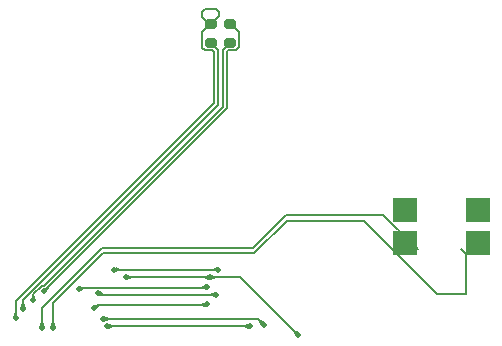
<source format=gbl>
%TF.GenerationSoftware,KiCad,Pcbnew,9.0.3*%
%TF.CreationDate,2025-08-09T15:08:58+03:00*%
%TF.ProjectId,Right,52696768-742e-46b6-9963-61645f706362,rev?*%
%TF.SameCoordinates,Original*%
%TF.FileFunction,Copper,L2,Bot*%
%TF.FilePolarity,Positive*%
%FSLAX46Y46*%
G04 Gerber Fmt 4.6, Leading zero omitted, Abs format (unit mm)*
G04 Created by KiCad (PCBNEW 9.0.3) date 2025-08-09 15:08:58*
%MOMM*%
%LPD*%
G01*
G04 APERTURE LIST*
G04 Aperture macros list*
%AMRoundRect*
0 Rectangle with rounded corners*
0 $1 Rounding radius*
0 $2 $3 $4 $5 $6 $7 $8 $9 X,Y pos of 4 corners*
0 Add a 4 corners polygon primitive as box body*
4,1,4,$2,$3,$4,$5,$6,$7,$8,$9,$2,$3,0*
0 Add four circle primitives for the rounded corners*
1,1,$1+$1,$2,$3*
1,1,$1+$1,$4,$5*
1,1,$1+$1,$6,$7*
1,1,$1+$1,$8,$9*
0 Add four rect primitives between the rounded corners*
20,1,$1+$1,$2,$3,$4,$5,0*
20,1,$1+$1,$4,$5,$6,$7,0*
20,1,$1+$1,$6,$7,$8,$9,0*
20,1,$1+$1,$8,$9,$2,$3,0*%
G04 Aperture macros list end*
%TA.AperFunction,SMDPad,CuDef*%
%ADD10R,2.000000X2.000000*%
%TD*%
%TA.AperFunction,SMDPad,CuDef*%
%ADD11RoundRect,0.200000X-0.300000X0.200000X-0.300000X-0.200000X0.300000X-0.200000X0.300000X0.200000X0*%
%TD*%
%TA.AperFunction,ViaPad*%
%ADD12C,0.500000*%
%TD*%
%TA.AperFunction,Conductor*%
%ADD13C,0.140000*%
%TD*%
G04 APERTURE END LIST*
D10*
%TO.P,SW2,1,A*%
%TO.N,Net-(J1-Pin_7)*%
X148170000Y-122030000D03*
%TO.P,SW2,2,B*%
%TO.N,Net-(J1-Pin_5)*%
X141940000Y-122020000D03*
%TO.P,SW2,3*%
%TO.N,N/C*%
X148170000Y-119240000D03*
%TO.P,SW2,4*%
X141940000Y-119260000D03*
%TD*%
D11*
%TO.P,D2,1,K*%
%TO.N,Net-(D2-K)*%
X127170000Y-103500000D03*
%TO.P,D2,2,A*%
%TO.N,Net-(D2-A)*%
X127170000Y-105100000D03*
%TD*%
%TO.P,D1,1,K*%
%TO.N,Net-(D1-K)*%
X125560000Y-103520000D03*
%TO.P,D1,2,A*%
%TO.N,Net-(D1-A)*%
X125560000Y-105120000D03*
%TD*%
D12*
%TO.N,Net-(D2-K)*%
X111400000Y-126140000D03*
%TO.N,Net-(D2-A)*%
X110520000Y-126900000D03*
%TO.N,Net-(D1-A)*%
X109660000Y-127660000D03*
%TO.N,Net-(D1-K)*%
X109010000Y-128370000D03*
%TO.N,Net-(J1-Pin_25)*%
X130050000Y-129000000D03*
X116425000Y-128500000D03*
%TO.N,Net-(J1-Pin_23)*%
X118350000Y-124950000D03*
X125475000Y-124950000D03*
X132900000Y-129825000D03*
%TO.N,Net-(J1-Pin_26)*%
X116775000Y-129100000D03*
X128825000Y-129100000D03*
%TO.N,Net-(J1-Pin_19)*%
X125225000Y-125775000D03*
X114350000Y-125925000D03*
%TO.N,Net-(J1-Pin_21)*%
X125975000Y-126425000D03*
X116025000Y-126325000D03*
%TO.N,Net-(J1-Pin_22)*%
X125225000Y-127250000D03*
X115650000Y-127525000D03*
%TO.N,Net-(J1-Pin_20)*%
X117375000Y-124300000D03*
X126175000Y-124300000D03*
%TO.N,Net-(J1-Pin_5)*%
X111230000Y-129240000D03*
%TO.N,Net-(J1-Pin_7)*%
X112175000Y-129275000D03*
%TD*%
D13*
%TO.N,Net-(D2-A)*%
X111381000Y-125669000D02*
X126550000Y-110500000D01*
X110520000Y-126351953D02*
X111202953Y-125669000D01*
X111202953Y-125669000D02*
X111381000Y-125669000D01*
X110520000Y-126900000D02*
X110520000Y-126351953D01*
X126550000Y-110500000D02*
X126550000Y-105720000D01*
X126550000Y-105720000D02*
X127170000Y-105100000D01*
%TO.N,Net-(D1-K)*%
X124810000Y-102470000D02*
X125060000Y-102220000D01*
X125450000Y-103520000D02*
X124810000Y-102880000D01*
X124810000Y-102880000D02*
X124810000Y-102470000D01*
X109010000Y-128370000D02*
X109010000Y-126950000D01*
X109010000Y-126950000D02*
X125800000Y-110160000D01*
X125800000Y-105920000D02*
X125630000Y-105750000D01*
X125630000Y-105750000D02*
X125050000Y-105750000D01*
X125800000Y-110160000D02*
X125800000Y-105920000D01*
X124820000Y-105520000D02*
X124820000Y-104150000D01*
X125050000Y-105750000D02*
X124820000Y-105520000D01*
X124820000Y-104150000D02*
X125450000Y-103520000D01*
X126220000Y-102860000D02*
X125560000Y-103520000D01*
X126220000Y-102460000D02*
X126220000Y-102860000D01*
X125980000Y-102220000D02*
X126220000Y-102460000D01*
X125060000Y-102220000D02*
X125980000Y-102220000D01*
%TO.N,Net-(D1-A)*%
X109660000Y-127660000D02*
X109660000Y-126860000D01*
X109660000Y-126860000D02*
X126160000Y-110360000D01*
X126160000Y-105720000D02*
X125560000Y-105120000D01*
X126160000Y-110360000D02*
X126160000Y-105720000D01*
%TO.N,Net-(D2-K)*%
X126890000Y-110650000D02*
X126890000Y-105870000D01*
X126890000Y-105870000D02*
X127030000Y-105730000D01*
X111400000Y-126140000D02*
X126890000Y-110650000D01*
X127030000Y-105730000D02*
X127660000Y-105730000D01*
X127660000Y-105730000D02*
X127920000Y-105470000D01*
X127920000Y-105470000D02*
X127920000Y-104160000D01*
X127920000Y-104160000D02*
X127260000Y-103500000D01*
X127260000Y-103500000D02*
X127170000Y-103500000D01*
%TO.N,Net-(J1-Pin_25)*%
X129550000Y-128500000D02*
X130050000Y-129000000D01*
X116425000Y-128500000D02*
X129550000Y-128500000D01*
%TO.N,Net-(J1-Pin_23)*%
X118350000Y-124950000D02*
X125475000Y-124950000D01*
X128025000Y-124950000D02*
X132900000Y-129825000D01*
X125475000Y-124950000D02*
X128025000Y-124950000D01*
%TO.N,Net-(J1-Pin_26)*%
X128825000Y-129100000D02*
X116775000Y-129100000D01*
%TO.N,Net-(J1-Pin_19)*%
X114350000Y-125925000D02*
X114450000Y-125825000D01*
X125175000Y-125825000D02*
X125225000Y-125775000D01*
X114450000Y-125825000D02*
X125175000Y-125825000D01*
%TO.N,Net-(J1-Pin_21)*%
X116125000Y-126425000D02*
X116025000Y-126325000D01*
X125975000Y-126425000D02*
X116125000Y-126425000D01*
%TO.N,Net-(J1-Pin_22)*%
X115650000Y-127525000D02*
X115900000Y-127275000D01*
X115900000Y-127275000D02*
X125200000Y-127275000D01*
X125200000Y-127275000D02*
X125225000Y-127250000D01*
%TO.N,Net-(J1-Pin_20)*%
X117375000Y-124300000D02*
X126175000Y-124300000D01*
%TO.N,Net-(J1-Pin_5)*%
X129100000Y-122450000D02*
X131875000Y-119675000D01*
X111230000Y-129240000D02*
X111230000Y-127520000D01*
X131875000Y-119675000D02*
X140155000Y-119675000D01*
X140155000Y-119675000D02*
X143080000Y-122600000D01*
X116300000Y-122450000D02*
X129100000Y-122450000D01*
X111230000Y-127520000D02*
X116300000Y-122450000D01*
%TO.N,Net-(J1-Pin_7)*%
X112175000Y-129275000D02*
X112175000Y-127125000D01*
X144650000Y-126350000D02*
X147100000Y-126350000D01*
X129200000Y-122925000D02*
X131950000Y-120175000D01*
X147100000Y-122960000D02*
X146720000Y-122580000D01*
X112175000Y-127125000D02*
X116375000Y-122925000D01*
X147100000Y-126350000D02*
X147100000Y-122960000D01*
X138475000Y-120175000D02*
X144650000Y-126350000D01*
X116375000Y-122925000D02*
X129200000Y-122925000D01*
X131950000Y-120175000D02*
X138475000Y-120175000D01*
%TD*%
%TA.AperFunction,Conductor*%
%TO.N,Net-(J1-Pin_22)*%
G36*
X116041457Y-127209360D02*
G01*
X116046270Y-127216912D01*
X116046448Y-127218946D01*
X116046448Y-127341758D01*
X116044779Y-127347780D01*
X115886152Y-127612037D01*
X115878956Y-127617366D01*
X115871660Y-127616831D01*
X115656270Y-127527998D01*
X115649928Y-127521676D01*
X115649031Y-127517135D01*
X115649960Y-127284772D01*
X115653420Y-127276516D01*
X115659624Y-127273300D01*
X116032716Y-127207424D01*
X116041457Y-127209360D01*
G37*
%TD.AperFunction*%
%TD*%
%TA.AperFunction,Conductor*%
%TO.N,Net-(J1-Pin_19)*%
G36*
X125133820Y-125554896D02*
G01*
X125134296Y-125555898D01*
X125224109Y-125770483D01*
X125224142Y-125779437D01*
X125224109Y-125779517D01*
X125133326Y-125996420D01*
X125126970Y-126002729D01*
X125119364Y-126003166D01*
X124743477Y-125897400D01*
X124736441Y-125891860D01*
X124734946Y-125886137D01*
X124734946Y-125762010D01*
X124738373Y-125753737D01*
X124741124Y-125751694D01*
X125117985Y-125550097D01*
X125126896Y-125549218D01*
X125133820Y-125554896D01*
G37*
%TD.AperFunction*%
%TD*%
%TA.AperFunction,Conductor*%
%TO.N,Net-(J1-Pin_20)*%
G36*
X117867628Y-124227065D02*
G01*
X117874047Y-124233309D01*
X117875000Y-124237935D01*
X117875000Y-124362064D01*
X117871573Y-124370337D01*
X117867628Y-124372934D01*
X117481353Y-124526717D01*
X117472399Y-124526594D01*
X117466232Y-124520364D01*
X117399976Y-124362064D01*
X117375889Y-124304515D01*
X117375857Y-124295563D01*
X117466232Y-124079634D01*
X117472588Y-124073326D01*
X117481351Y-124073282D01*
X117867628Y-124227065D01*
G37*
%TD.AperFunction*%
%TD*%
%TA.AperFunction,Conductor*%
%TO.N,Net-(J1-Pin_25)*%
G36*
X116917628Y-128427065D02*
G01*
X116924047Y-128433309D01*
X116925000Y-128437935D01*
X116925000Y-128562064D01*
X116921573Y-128570337D01*
X116917628Y-128572934D01*
X116531353Y-128726717D01*
X116522399Y-128726594D01*
X116516232Y-128720364D01*
X116449976Y-128562064D01*
X116425889Y-128504515D01*
X116425857Y-128495563D01*
X116516232Y-128279634D01*
X116522588Y-128273326D01*
X116531351Y-128273282D01*
X116917628Y-128427065D01*
G37*
%TD.AperFunction*%
%TD*%
%TA.AperFunction,Conductor*%
%TO.N,Net-(J1-Pin_23)*%
G36*
X125377600Y-124723405D02*
G01*
X125383767Y-124729635D01*
X125474109Y-124945483D01*
X125474142Y-124954437D01*
X125474109Y-124954517D01*
X125383767Y-125170364D01*
X125377411Y-125176673D01*
X125368646Y-125176717D01*
X125368535Y-125176673D01*
X125338508Y-125164718D01*
X124982372Y-125022934D01*
X124975953Y-125016690D01*
X124975000Y-125012064D01*
X124975000Y-124887935D01*
X124978427Y-124879662D01*
X124982372Y-124877065D01*
X125368648Y-124723282D01*
X125377600Y-124723405D01*
G37*
%TD.AperFunction*%
%TD*%
%TA.AperFunction,Conductor*%
%TO.N,Net-(J1-Pin_23)*%
G36*
X132606647Y-129428534D02*
G01*
X133026123Y-129611561D01*
X133032335Y-129618011D01*
X133032168Y-129626964D01*
X133031198Y-129628747D01*
X132902018Y-129823726D01*
X132898726Y-129827018D01*
X132703747Y-129956198D01*
X132694958Y-129957910D01*
X132687531Y-129952906D01*
X132686561Y-129951123D01*
X132631839Y-129825707D01*
X132503534Y-129531649D01*
X132503368Y-129522699D01*
X132505984Y-129518702D01*
X132593701Y-129430985D01*
X132601973Y-129427559D01*
X132606647Y-129428534D01*
G37*
%TD.AperFunction*%
%TD*%
%TA.AperFunction,Conductor*%
%TO.N,Net-(J1-Pin_22)*%
G36*
X125133840Y-127029834D02*
G01*
X125134027Y-127030256D01*
X125224109Y-127245483D01*
X125224142Y-127254437D01*
X125224109Y-127254517D01*
X125133548Y-127470888D01*
X125127192Y-127477197D01*
X125118984Y-127477447D01*
X124737902Y-127347699D01*
X124731175Y-127341788D01*
X124729973Y-127336623D01*
X124729973Y-127212457D01*
X124733400Y-127204184D01*
X124736731Y-127201852D01*
X125118297Y-127024166D01*
X125127241Y-127023781D01*
X125133840Y-127029834D01*
G37*
%TD.AperFunction*%
%TD*%
%TA.AperFunction,Conductor*%
%TO.N,Net-(J1-Pin_19)*%
G36*
X114363567Y-125677270D02*
G01*
X114818308Y-125753365D01*
X114825902Y-125758111D01*
X114828077Y-125764905D01*
X114828077Y-125888839D01*
X114824650Y-125897112D01*
X114822997Y-125898486D01*
X114534771Y-126096290D01*
X114526011Y-126098146D01*
X114519901Y-126094939D01*
X114424623Y-126000198D01*
X114352468Y-125928449D01*
X114349019Y-125920187D01*
X114349944Y-125688761D01*
X114353404Y-125680505D01*
X114361691Y-125677111D01*
X114363567Y-125677270D01*
G37*
%TD.AperFunction*%
%TD*%
%TA.AperFunction,Conductor*%
%TO.N,Net-(J1-Pin_21)*%
G36*
X116209770Y-126153708D02*
G01*
X116497997Y-126351514D01*
X116502880Y-126359020D01*
X116503077Y-126361160D01*
X116503077Y-126485094D01*
X116499650Y-126493367D01*
X116493308Y-126496634D01*
X116038575Y-126572728D01*
X116029850Y-126570713D01*
X116025104Y-126563119D01*
X116024944Y-126561246D01*
X116024019Y-126329890D01*
X116027412Y-126321607D01*
X116194901Y-126155059D01*
X116203184Y-126151656D01*
X116209770Y-126153708D01*
G37*
%TD.AperFunction*%
%TD*%
%TA.AperFunction,Conductor*%
%TO.N,Net-(J1-Pin_23)*%
G36*
X125967628Y-124877065D02*
G01*
X125974047Y-124883309D01*
X125975000Y-124887935D01*
X125975000Y-125012064D01*
X125971573Y-125020337D01*
X125967628Y-125022934D01*
X125581353Y-125176717D01*
X125572399Y-125176594D01*
X125566232Y-125170364D01*
X125499976Y-125012064D01*
X125475889Y-124954515D01*
X125475857Y-124945563D01*
X125566232Y-124729634D01*
X125572588Y-124723326D01*
X125581351Y-124723282D01*
X125967628Y-124877065D01*
G37*
%TD.AperFunction*%
%TD*%
%TA.AperFunction,Conductor*%
%TO.N,Net-(J1-Pin_26)*%
G36*
X128727600Y-128873405D02*
G01*
X128733767Y-128879635D01*
X128824109Y-129095483D01*
X128824142Y-129104437D01*
X128824109Y-129104517D01*
X128733767Y-129320364D01*
X128727411Y-129326673D01*
X128718646Y-129326717D01*
X128718535Y-129326673D01*
X128688508Y-129314718D01*
X128332372Y-129172934D01*
X128325953Y-129166690D01*
X128325000Y-129162064D01*
X128325000Y-129037935D01*
X128328427Y-129029662D01*
X128332372Y-129027065D01*
X128718648Y-128873282D01*
X128727600Y-128873405D01*
G37*
%TD.AperFunction*%
%TD*%
%TA.AperFunction,Conductor*%
%TO.N,Net-(J1-Pin_26)*%
G36*
X117267628Y-129027065D02*
G01*
X117274047Y-129033309D01*
X117275000Y-129037935D01*
X117275000Y-129162064D01*
X117271573Y-129170337D01*
X117267628Y-129172934D01*
X116881353Y-129326717D01*
X116872399Y-129326594D01*
X116866232Y-129320364D01*
X116799976Y-129162064D01*
X116775889Y-129104515D01*
X116775857Y-129095563D01*
X116866232Y-128879634D01*
X116872588Y-128873326D01*
X116881351Y-128873282D01*
X117267628Y-129027065D01*
G37*
%TD.AperFunction*%
%TD*%
%TA.AperFunction,Conductor*%
%TO.N,Net-(J1-Pin_20)*%
G36*
X126077600Y-124073405D02*
G01*
X126083767Y-124079635D01*
X126174109Y-124295483D01*
X126174142Y-124304437D01*
X126174109Y-124304517D01*
X126083767Y-124520364D01*
X126077411Y-124526673D01*
X126068646Y-124526717D01*
X126068535Y-124526673D01*
X126038508Y-124514718D01*
X125682372Y-124372934D01*
X125675953Y-124366690D01*
X125675000Y-124362064D01*
X125675000Y-124237935D01*
X125678427Y-124229662D01*
X125682372Y-124227065D01*
X126068648Y-124073282D01*
X126077600Y-124073405D01*
G37*
%TD.AperFunction*%
%TD*%
%TA.AperFunction,Conductor*%
%TO.N,Net-(J1-Pin_23)*%
G36*
X118842628Y-124877065D02*
G01*
X118849047Y-124883309D01*
X118850000Y-124887935D01*
X118850000Y-125012064D01*
X118846573Y-125020337D01*
X118842628Y-125022934D01*
X118456353Y-125176717D01*
X118447399Y-125176594D01*
X118441232Y-125170364D01*
X118374976Y-125012064D01*
X118350889Y-124954515D01*
X118350857Y-124945563D01*
X118441232Y-124729634D01*
X118447588Y-124723326D01*
X118456351Y-124723282D01*
X118842628Y-124877065D01*
G37*
%TD.AperFunction*%
%TD*%
%TA.AperFunction,Conductor*%
%TO.N,Net-(J1-Pin_7)*%
G36*
X112245338Y-128778427D02*
G01*
X112247935Y-128782372D01*
X112401717Y-129168646D01*
X112401593Y-129177600D01*
X112395364Y-129183767D01*
X112179517Y-129274109D01*
X112170563Y-129274142D01*
X112170483Y-129274109D01*
X111954635Y-129183767D01*
X111948326Y-129177411D01*
X111948282Y-129168648D01*
X112102065Y-128782371D01*
X112108309Y-128775953D01*
X112112935Y-128775000D01*
X112237065Y-128775000D01*
X112245338Y-128778427D01*
G37*
%TD.AperFunction*%
%TD*%
%TA.AperFunction,Conductor*%
%TO.N,Net-(J1-Pin_25)*%
G36*
X129753229Y-128600085D02*
G01*
X130135110Y-128764483D01*
X130141354Y-128770901D01*
X130141310Y-128779666D01*
X130052564Y-128996175D01*
X130046255Y-129002531D01*
X130046175Y-129002564D01*
X129829666Y-129091310D01*
X129820712Y-129091277D01*
X129814483Y-129085110D01*
X129650085Y-128703230D01*
X129649962Y-128694278D01*
X129652557Y-128690335D01*
X129740334Y-128602558D01*
X129748606Y-128599132D01*
X129753229Y-128600085D01*
G37*
%TD.AperFunction*%
%TD*%
%TA.AperFunction,Conductor*%
%TO.N,Net-(J1-Pin_21)*%
G36*
X125877600Y-126198405D02*
G01*
X125883767Y-126204635D01*
X125974109Y-126420483D01*
X125974142Y-126429437D01*
X125974109Y-126429517D01*
X125883767Y-126645364D01*
X125877411Y-126651673D01*
X125868646Y-126651717D01*
X125868535Y-126651673D01*
X125838508Y-126639718D01*
X125482372Y-126497934D01*
X125475953Y-126491690D01*
X125475000Y-126487064D01*
X125475000Y-126362935D01*
X125478427Y-126354662D01*
X125482372Y-126352065D01*
X125868648Y-126198282D01*
X125877600Y-126198405D01*
G37*
%TD.AperFunction*%
%TD*%
%TA.AperFunction,Conductor*%
%TO.N,Net-(J1-Pin_5)*%
G36*
X111300296Y-128748231D02*
G01*
X111302914Y-128752230D01*
X111470106Y-129178258D01*
X111469939Y-129187211D01*
X111463489Y-129193423D01*
X111461543Y-129193998D01*
X111232328Y-129240527D01*
X111227672Y-129240527D01*
X110998456Y-129193998D01*
X110991030Y-129188994D01*
X110989318Y-129180204D01*
X110989891Y-129178264D01*
X111157086Y-128752230D01*
X111163298Y-128745780D01*
X111167977Y-128744804D01*
X111292023Y-128744804D01*
X111300296Y-128748231D01*
G37*
%TD.AperFunction*%
%TD*%
%TA.AperFunction,Conductor*%
%TO.N,Net-(D1-K)*%
G36*
X109080296Y-127878231D02*
G01*
X109082914Y-127882230D01*
X109250106Y-128308258D01*
X109249939Y-128317211D01*
X109243489Y-128323423D01*
X109241543Y-128323998D01*
X109012328Y-128370527D01*
X109007672Y-128370527D01*
X108778456Y-128323998D01*
X108771030Y-128318994D01*
X108769318Y-128310204D01*
X108769891Y-128308264D01*
X108937086Y-127882230D01*
X108943298Y-127875780D01*
X108947977Y-127874804D01*
X109072023Y-127874804D01*
X109080296Y-127878231D01*
G37*
%TD.AperFunction*%
%TD*%
%TA.AperFunction,Conductor*%
%TO.N,Net-(D1-A)*%
G36*
X109730296Y-127168231D02*
G01*
X109732914Y-127172230D01*
X109900106Y-127598258D01*
X109899939Y-127607211D01*
X109893489Y-127613423D01*
X109891543Y-127613998D01*
X109662328Y-127660527D01*
X109657672Y-127660527D01*
X109428456Y-127613998D01*
X109421030Y-127608994D01*
X109419318Y-127600204D01*
X109419891Y-127598264D01*
X109587086Y-127172230D01*
X109593298Y-127165780D01*
X109597977Y-127164804D01*
X109722023Y-127164804D01*
X109730296Y-127168231D01*
G37*
%TD.AperFunction*%
%TD*%
%TA.AperFunction,Conductor*%
%TO.N,Net-(D2-A)*%
G36*
X110590296Y-126408231D02*
G01*
X110592914Y-126412230D01*
X110760106Y-126838258D01*
X110759939Y-126847211D01*
X110753489Y-126853423D01*
X110751543Y-126853998D01*
X110522328Y-126900527D01*
X110517672Y-126900527D01*
X110288456Y-126853998D01*
X110281030Y-126848994D01*
X110279318Y-126840204D01*
X110279891Y-126838264D01*
X110447086Y-126412230D01*
X110453298Y-126405780D01*
X110457977Y-126404804D01*
X110582023Y-126404804D01*
X110590296Y-126408231D01*
G37*
%TD.AperFunction*%
%TD*%
%TA.AperFunction,Conductor*%
%TO.N,Net-(D2-K)*%
G36*
X111706299Y-125745986D02*
G01*
X111794013Y-125833700D01*
X111797440Y-125841973D01*
X111796464Y-125846652D01*
X111613438Y-126266123D01*
X111606988Y-126272335D01*
X111598035Y-126272168D01*
X111596252Y-126271198D01*
X111401273Y-126142018D01*
X111397981Y-126138726D01*
X111341119Y-126052901D01*
X111268800Y-125943745D01*
X111267089Y-125934958D01*
X111272093Y-125927531D01*
X111273870Y-125926563D01*
X111693350Y-125743534D01*
X111702300Y-125743368D01*
X111706299Y-125745986D01*
G37*
%TD.AperFunction*%
%TD*%
M02*

</source>
